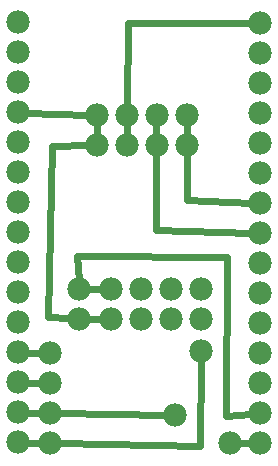
<source format=gtl>
G04 MADE WITH FRITZING*
G04 WWW.FRITZING.ORG*
G04 DOUBLE SIDED*
G04 HOLES PLATED*
G04 CONTOUR ON CENTER OF CONTOUR VECTOR*
%ASAXBY*%
%FSLAX23Y23*%
%MOIN*%
%OFA0B0*%
%SFA1.0B1.0*%
%ADD10C,0.078000*%
%ADD11C,0.024000*%
%LNCOPPER1*%
G90*
G70*
G54D10*
X395Y494D03*
X495Y494D03*
X595Y494D03*
X695Y494D03*
X395Y494D03*
X495Y494D03*
X595Y494D03*
X695Y494D03*
X695Y594D03*
X595Y594D03*
X495Y594D03*
X395Y594D03*
X892Y80D03*
X892Y180D03*
X892Y280D03*
X892Y380D03*
X892Y480D03*
X892Y580D03*
X892Y680D03*
X892Y780D03*
X892Y880D03*
X892Y980D03*
X892Y1080D03*
X892Y1180D03*
X892Y1280D03*
X892Y1380D03*
X892Y1480D03*
X648Y1175D03*
X548Y1175D03*
X448Y1175D03*
X348Y1175D03*
X648Y1175D03*
X548Y1175D03*
X448Y1175D03*
X348Y1175D03*
X348Y1075D03*
X448Y1075D03*
X548Y1075D03*
X648Y1075D03*
X609Y175D03*
X695Y386D03*
X792Y80D03*
X192Y80D03*
X192Y180D03*
X192Y280D03*
X192Y380D03*
X290Y494D03*
X290Y594D03*
X87Y83D03*
X87Y183D03*
X87Y283D03*
X87Y383D03*
X87Y483D03*
X87Y583D03*
X87Y683D03*
X87Y783D03*
X87Y883D03*
X87Y983D03*
X87Y1083D03*
X87Y1183D03*
X87Y1283D03*
X87Y1383D03*
X87Y1483D03*
G54D11*
X198Y1072D02*
X187Y500D01*
D02*
X318Y1074D02*
X198Y1072D01*
D02*
X448Y1175D02*
X448Y1072D01*
D02*
X117Y182D02*
X162Y181D01*
D02*
X117Y282D02*
X162Y281D01*
D02*
X117Y382D02*
X162Y381D01*
D02*
X187Y500D02*
X260Y496D01*
D02*
X320Y494D02*
X365Y494D01*
D02*
X320Y594D02*
X365Y594D01*
D02*
X217Y1178D02*
X117Y1182D01*
D02*
X822Y80D02*
X862Y80D01*
D02*
X117Y82D02*
X162Y81D01*
D02*
X348Y1145D02*
X348Y1105D01*
D02*
X217Y1178D02*
X318Y1175D01*
D02*
X650Y889D02*
X862Y881D01*
D02*
X648Y1145D02*
X650Y889D01*
D02*
X545Y791D02*
X862Y781D01*
D02*
X547Y1145D02*
X545Y791D01*
D02*
X579Y175D02*
X222Y180D01*
D02*
X692Y72D02*
X695Y356D01*
D02*
X222Y80D02*
X692Y72D01*
D02*
X451Y1482D02*
X862Y1480D01*
D02*
X448Y1205D02*
X451Y1482D01*
D02*
X783Y699D02*
X284Y703D01*
D02*
X862Y178D02*
X778Y172D01*
D02*
X778Y172D02*
X783Y699D01*
D02*
X284Y703D02*
X288Y624D01*
G04 End of Copper1*
M02*
</source>
